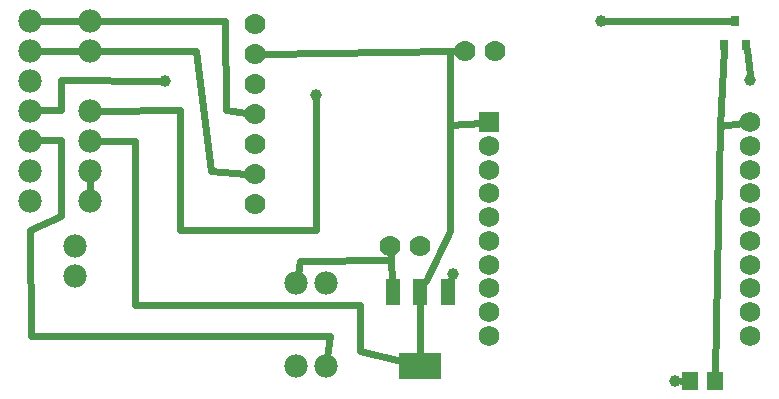
<source format=gtl>
G04 MADE WITH FRITZING*
G04 WWW.FRITZING.ORG*
G04 DOUBLE SIDED*
G04 HOLES PLATED*
G04 CONTOUR ON CENTER OF CONTOUR VECTOR*
%ASAXBY*%
%FSLAX23Y23*%
%MOIN*%
%OFA0B0*%
%SFA1.0B1.0*%
%ADD10C,0.039370*%
%ADD11C,0.070000*%
%ADD12C,0.078000*%
%ADD13C,0.068000*%
%ADD14R,0.031496X0.035433*%
%ADD15R,0.055118X0.059055*%
%ADD16R,0.048000X0.088000*%
%ADD17R,0.141732X0.086614*%
%ADD18R,0.068000X0.068000*%
%ADD19C,0.024000*%
%LNCOPPER1*%
G90*
G70*
G54D10*
X1023Y1024D03*
X1973Y1273D03*
X2472Y1074D03*
X2222Y73D03*
G54D11*
X1622Y1173D03*
X1522Y1173D03*
X1372Y523D03*
X1272Y523D03*
G54D12*
X72Y1173D03*
X72Y1273D03*
X272Y1173D03*
X272Y1273D03*
X72Y1073D03*
X72Y973D03*
G54D10*
X522Y1073D03*
G54D12*
X272Y973D03*
X72Y873D03*
X72Y673D03*
X72Y773D03*
X272Y673D03*
X272Y773D03*
X272Y873D03*
G54D10*
X1481Y429D03*
G54D12*
X222Y523D03*
X222Y423D03*
X1059Y398D03*
X959Y398D03*
X1059Y121D03*
X959Y121D03*
G54D13*
X1602Y934D03*
X1602Y855D03*
X1602Y776D03*
X1602Y697D03*
X1602Y618D03*
X1602Y539D03*
X1602Y460D03*
X1602Y381D03*
X1602Y302D03*
X1602Y223D03*
X2472Y223D03*
X2472Y302D03*
X2472Y381D03*
X2472Y460D03*
X2472Y539D03*
X2472Y618D03*
X2472Y697D03*
X2472Y776D03*
X2472Y855D03*
X2472Y934D03*
G54D11*
X822Y1261D03*
X822Y1161D03*
X822Y1061D03*
X822Y961D03*
X822Y861D03*
X822Y761D03*
X822Y661D03*
G54D14*
X2385Y1191D03*
X2459Y1191D03*
X2422Y1273D03*
G54D15*
X2272Y73D03*
X2353Y73D03*
G54D16*
X1463Y367D03*
X1372Y367D03*
X1281Y367D03*
G54D17*
X1372Y123D03*
G54D18*
X1602Y934D03*
G54D19*
X1023Y1005D02*
X1023Y574D01*
D02*
X1023Y574D02*
X572Y574D01*
D02*
X572Y574D02*
X572Y974D01*
D02*
X572Y974D02*
X302Y973D01*
D02*
X2412Y1273D02*
X1992Y1273D01*
D02*
X1171Y173D02*
X1171Y324D01*
D02*
X1171Y324D02*
X422Y324D01*
D02*
X422Y324D02*
X422Y873D01*
D02*
X422Y873D02*
X302Y873D01*
D02*
X1307Y140D02*
X1171Y173D01*
D02*
X2371Y923D02*
X2447Y932D01*
D02*
X2371Y923D02*
X2353Y97D01*
D02*
X2384Y1179D02*
X2371Y923D01*
D02*
X2241Y73D02*
X2250Y73D01*
D02*
X2461Y1179D02*
X2470Y1093D01*
D02*
X1273Y474D02*
X1273Y497D01*
D02*
X272Y743D02*
X272Y704D01*
D02*
X102Y1173D02*
X242Y1173D01*
D02*
X102Y1273D02*
X242Y1273D01*
D02*
X1372Y161D02*
X1372Y329D01*
D02*
X1472Y1173D02*
X1496Y1173D01*
D02*
X721Y1273D02*
X302Y1273D01*
D02*
X1472Y1173D02*
X853Y1162D01*
D02*
X1472Y924D02*
X1472Y1173D01*
D02*
X1472Y573D02*
X1391Y405D01*
D02*
X1472Y924D02*
X1472Y573D01*
D02*
X1577Y932D02*
X1472Y924D01*
D02*
X173Y1074D02*
X173Y974D01*
D02*
X173Y974D02*
X102Y974D01*
D02*
X503Y1073D02*
X173Y1074D01*
D02*
X972Y473D02*
X964Y427D01*
D02*
X1273Y474D02*
X972Y473D01*
D02*
X1278Y406D02*
X1273Y474D01*
D02*
X623Y1173D02*
X302Y1173D01*
D02*
X673Y772D02*
X623Y1173D01*
D02*
X791Y763D02*
X673Y772D01*
D02*
X723Y974D02*
X721Y1273D01*
D02*
X792Y965D02*
X723Y974D01*
D02*
X1476Y411D02*
X1474Y406D01*
D02*
X1071Y223D02*
X73Y223D01*
D02*
X73Y223D02*
X72Y574D01*
D02*
X72Y574D02*
X173Y623D01*
D02*
X173Y623D02*
X173Y874D01*
D02*
X173Y874D02*
X102Y874D01*
D02*
X1062Y151D02*
X1071Y223D01*
G04 End of Copper1*
M02*
</source>
